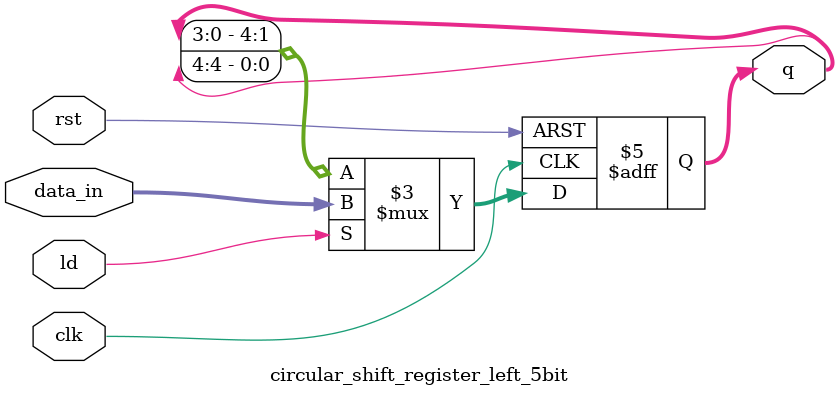
<source format=v>

module circular_shift_register_left_5bit(
    input clk,
    input rst,
    input ld, 
    input [4:0] data_in, 
    output reg [4:0] q
);
    always @(posedge clk or posedge rst) begin
        if (rst)
            q <= 5'b0;
        else if (ld)
            q <= data_in;
        else
            q <= {q[3:0], q[4]};
    end
endmodule//end Guia_1406

</source>
